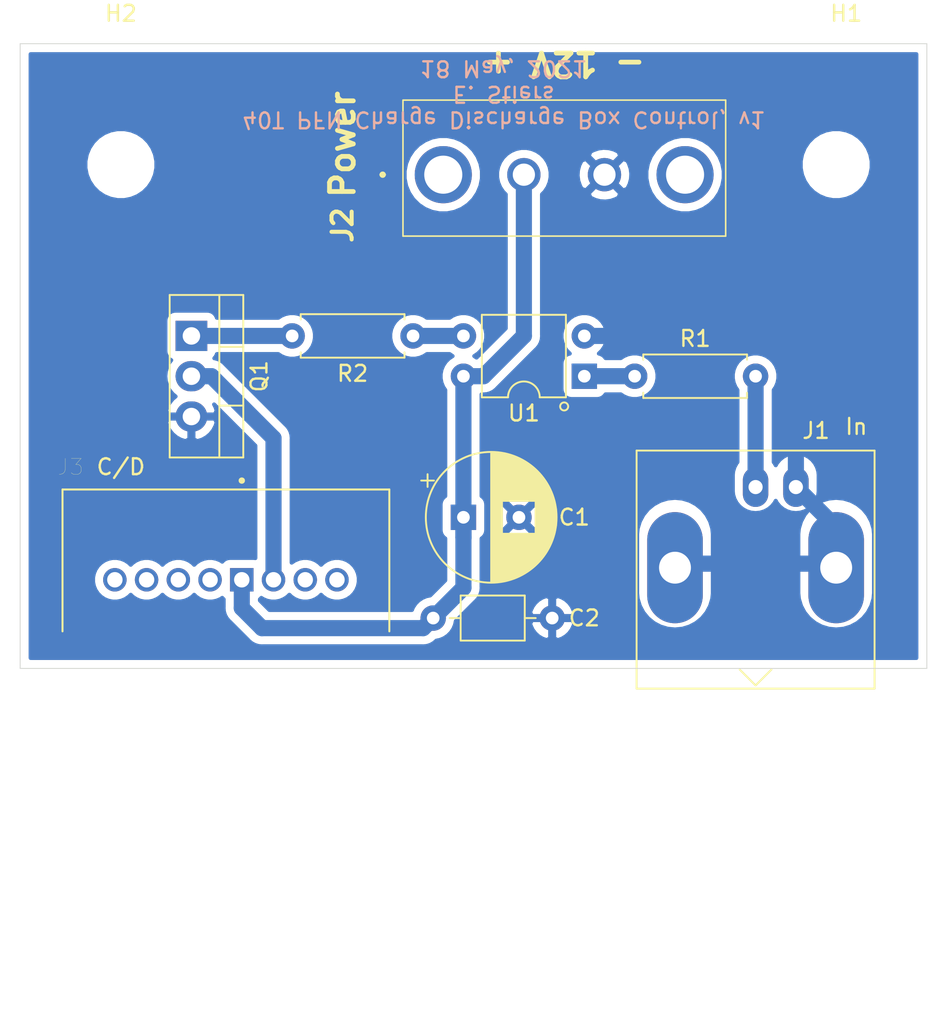
<source format=kicad_pcb>
(kicad_pcb (version 20171130) (host pcbnew "(5.1.6)-1")

  (general
    (thickness 1.6)
    (drawings 10)
    (tracks 26)
    (zones 0)
    (modules 11)
    (nets 11)
  )

  (page A4)
  (title_block
    (title "40T PFN Charge Discharge Box Control")
    (date 2021-05-18)
    (rev 1)
    (company NHMFL)
    (comment 1 "E. Stiers")
  )

  (layers
    (0 F.Cu signal)
    (31 B.Cu signal)
    (32 B.Adhes user)
    (33 F.Adhes user)
    (34 B.Paste user)
    (35 F.Paste user)
    (36 B.SilkS user)
    (37 F.SilkS user)
    (38 B.Mask user)
    (39 F.Mask user)
    (40 Dwgs.User user)
    (41 Cmts.User user)
    (42 Eco1.User user)
    (43 Eco2.User user)
    (44 Edge.Cuts user)
    (45 Margin user)
    (46 B.CrtYd user)
    (47 F.CrtYd user)
    (48 B.Fab user)
    (49 F.Fab user)
  )

  (setup
    (last_trace_width 0.25)
    (user_trace_width 0.0254)
    (user_trace_width 1.016)
    (trace_clearance 0.2)
    (zone_clearance 0.508)
    (zone_45_only no)
    (trace_min 0.2)
    (via_size 0.8)
    (via_drill 0.4)
    (via_min_size 0.4)
    (via_min_drill 0.3)
    (uvia_size 0.3)
    (uvia_drill 0.1)
    (uvias_allowed no)
    (uvia_min_size 0.2)
    (uvia_min_drill 0.1)
    (edge_width 0.05)
    (segment_width 0.2)
    (pcb_text_width 0.3)
    (pcb_text_size 1.5 1.5)
    (mod_edge_width 0.12)
    (mod_text_size 1 1)
    (mod_text_width 0.15)
    (pad_size 1.524 1.524)
    (pad_drill 0.762)
    (pad_to_mask_clearance 0.05)
    (aux_axis_origin 0 0)
    (visible_elements 7FFFFFFF)
    (pcbplotparams
      (layerselection 0x010fc_ffffffff)
      (usegerberextensions false)
      (usegerberattributes true)
      (usegerberadvancedattributes true)
      (creategerberjobfile true)
      (excludeedgelayer true)
      (linewidth 0.100000)
      (plotframeref false)
      (viasonmask false)
      (mode 1)
      (useauxorigin false)
      (hpglpennumber 1)
      (hpglpenspeed 20)
      (hpglpendiameter 15.000000)
      (psnegative false)
      (psa4output false)
      (plotreference true)
      (plotvalue true)
      (plotinvisibletext false)
      (padsonsilk false)
      (subtractmaskfromsilk false)
      (outputformat 1)
      (mirror false)
      (drillshape 1)
      (scaleselection 1)
      (outputdirectory ""))
  )

  (net 0 "")
  (net 1 GND)
  (net 2 +12V)
  (net 3 "Net-(J1-Pad2)")
  (net 4 "Net-(J1-Pad1)")
  (net 5 "Net-(J2-PadMH2)")
  (net 6 "Net-(J2-PadMH1)")
  (net 7 "Net-(J3-Pad2)")
  (net 8 "Net-(Q1-Pad1)")
  (net 9 "Net-(R1-Pad1)")
  (net 10 "Net-(R2-Pad1)")

  (net_class Default "This is the default net class."
    (clearance 0.2)
    (trace_width 0.25)
    (via_dia 0.8)
    (via_drill 0.4)
    (uvia_dia 0.3)
    (uvia_drill 0.1)
    (add_net +12V)
    (add_net GND)
    (add_net "Net-(J1-Pad1)")
    (add_net "Net-(J1-Pad2)")
    (add_net "Net-(J2-PadMH1)")
    (add_net "Net-(J2-PadMH2)")
    (add_net "Net-(J3-Pad2)")
    (add_net "Net-(Q1-Pad1)")
    (add_net "Net-(R1-Pad1)")
    (add_net "Net-(R2-Pad1)")
  )

  (module Connector_Coaxial:BNC_Amphenol_B6252HB-NPP3G-50_Horizontal (layer F.Cu) (tedit 5C13907B) (tstamp 609E374E)
    (at 170.815 97.79 180)
    (descr http://www.farnell.com/datasheets/612848.pdf)
    (tags "BNC Amphenol Horizontal")
    (path /609DBC19)
    (fp_text reference J1 (at -3.81 3.556) (layer F.SilkS)
      (effects (font (size 1 1) (thickness 0.15)))
    )
    (fp_text value "Charge Control In" (at 0 6 180) (layer F.Fab)
      (effects (font (size 1 1) (thickness 0.15)))
    )
    (fp_line (start 0 -12.5) (end 1 -11.5) (layer F.SilkS) (width 0.12))
    (fp_line (start 0 -12.5) (end -1 -11.5) (layer F.SilkS) (width 0.12))
    (fp_line (start 7.85 2.7) (end 7.85 -33.8) (layer F.CrtYd) (width 0.05))
    (fp_line (start 7.85 -33.8) (end -7.85 -33.8) (layer F.CrtYd) (width 0.05))
    (fp_line (start -7.85 2.7) (end -7.85 -33.8) (layer F.CrtYd) (width 0.05))
    (fp_line (start -7.85 2.7) (end 7.85 2.7) (layer F.CrtYd) (width 0.05))
    (fp_line (start -7.5 2.3) (end -7.5 -12.7) (layer F.SilkS) (width 0.12))
    (fp_line (start 7.5 2.3) (end -7.5 2.3) (layer F.SilkS) (width 0.12))
    (fp_line (start 7.5 -12.7) (end 7.5 2.3) (layer F.SilkS) (width 0.12))
    (fp_line (start -7.5 -12.7) (end 7.5 -12.7) (layer F.SilkS) (width 0.12))
    (fp_line (start -5 -14) (end 5 -15) (layer F.Fab) (width 0.1))
    (fp_line (start -7.35 -12.7) (end -7.35 2.2) (layer F.Fab) (width 0.1))
    (fp_line (start 7.35 -12.7) (end -7.35 -12.7) (layer F.Fab) (width 0.1))
    (fp_line (start 7.35 2.2) (end 7.35 -12.7) (layer F.Fab) (width 0.1))
    (fp_line (start -7.35 2.2) (end 7.35 2.2) (layer F.Fab) (width 0.1))
    (fp_line (start -6.35 -21.4) (end -6.35 -12.7) (layer F.Fab) (width 0.1))
    (fp_line (start 6.35 -21.4) (end -6.35 -21.4) (layer F.Fab) (width 0.1))
    (fp_line (start 6.35 -12.7) (end 6.35 -21.4) (layer F.Fab) (width 0.1))
    (fp_line (start -4.8 -33.3) (end -4.8 -21.4) (layer F.Fab) (width 0.1))
    (fp_line (start 4.8 -33.3) (end -4.8 -33.3) (layer F.Fab) (width 0.1))
    (fp_line (start 4.8 -21.4) (end 4.8 -33.3) (layer F.Fab) (width 0.1))
    (fp_circle (center 0 -28.07) (end 1 -28.07) (layer F.Fab) (width 0.1))
    (fp_line (start -5 -15) (end 5 -16) (layer F.Fab) (width 0.1))
    (fp_line (start -5 -16) (end 5 -17) (layer F.Fab) (width 0.1))
    (fp_line (start -5 -17) (end 5 -18) (layer F.Fab) (width 0.1))
    (fp_line (start -5 -18) (end 5 -19) (layer F.Fab) (width 0.1))
    (fp_line (start -5 -19) (end 5 -20) (layer F.Fab) (width 0.1))
    (fp_line (start -5 -20) (end 5 -21) (layer F.Fab) (width 0.1))
    (fp_text user %R (at 0 0) (layer F.Fab)
      (effects (font (size 1 1) (thickness 0.15)))
    )
    (pad 2 thru_hole oval (at -2.54 0 180) (size 1.6 2.5) (drill 0.89) (layers *.Cu *.Mask)
      (net 3 "Net-(J1-Pad2)"))
    (pad 1 thru_hole oval (at 0 0 180) (size 1.6 2.5) (drill 0.89) (layers *.Cu *.Mask)
      (net 4 "Net-(J1-Pad1)"))
    (pad 2 thru_hole oval (at 5.08 -5.08 180) (size 3.5 7) (drill 2.01) (layers *.Cu *.Mask)
      (net 3 "Net-(J1-Pad2)"))
    (pad 2 thru_hole oval (at -5.08 -5.08 180) (size 3.5 7) (drill 2.01) (layers *.Cu *.Mask)
      (net 3 "Net-(J1-Pad2)"))
    (model ${KISYS3DMOD}/Connector_Coaxial.3dshapes/BNC_Amphenol_B6252HB-NPP3G-50_Horizontal.wrl
      (at (xyz 0 0 0))
      (scale (xyz 1 1 1))
      (rotate (xyz 0 0 0))
    )
    (model "C:/Users/stiers/Google Drive/Work Projects/_KiCad Libraries/Library Loader/c-5226990-1-b-3d.stp"
      (offset (xyz 0 33.274 8.255000000000001))
      (scale (xyz 1 1 1))
      (rotate (xyz 90 180 0))
    )
  )

  (module SamacSys_Parts:1777073 (layer F.Cu) (tedit 0) (tstamp 609E1911)
    (at 156.21 78.105)
    (descr 1777073-1)
    (tags Connector)
    (path /609E7F98)
    (fp_text reference J2 (at -11.43 3.175 90) (layer F.SilkS)
      (effects (font (size 1.27 1.27) (thickness 0.254)))
    )
    (fp_text value Power (at 1.86 -0.415) (layer F.SilkS) hide
      (effects (font (size 1.27 1.27) (thickness 0.254)))
    )
    (fp_line (start -8.8 0) (end -8.8 0) (layer F.SilkS) (width 0.2))
    (fp_line (start -9 0) (end -9 0) (layer F.SilkS) (width 0.2))
    (fp_line (start -7.62 3.87) (end -7.62 -4.7) (layer F.SilkS) (width 0.1))
    (fp_line (start 12.72 3.87) (end -7.62 3.87) (layer F.SilkS) (width 0.1))
    (fp_line (start 12.72 -4.7) (end 12.72 3.87) (layer F.SilkS) (width 0.1))
    (fp_line (start -7.6 -4.7) (end 12.72 -4.7) (layer F.SilkS) (width 0.1))
    (fp_line (start -10 4.87) (end -10 -5.7) (layer F.CrtYd) (width 0.1))
    (fp_line (start 13.72 4.87) (end -10 4.87) (layer F.CrtYd) (width 0.1))
    (fp_line (start 13.72 -5.7) (end 13.72 4.87) (layer F.CrtYd) (width 0.1))
    (fp_line (start -10 -5.7) (end 13.72 -5.7) (layer F.CrtYd) (width 0.1))
    (fp_line (start -7.6 3.87) (end -7.6 -4.7) (layer F.Fab) (width 0.2))
    (fp_line (start 12.72 3.87) (end -7.6 3.87) (layer F.Fab) (width 0.2))
    (fp_line (start 12.72 -4.7) (end 12.72 3.87) (layer F.Fab) (width 0.2))
    (fp_line (start -7.6 -4.7) (end 12.72 -4.7) (layer F.Fab) (width 0.2))
    (fp_arc (start -8.9 0) (end -8.8 0) (angle -180) (layer F.SilkS) (width 0.2))
    (fp_arc (start -8.9 0) (end -9 0) (angle -180) (layer F.SilkS) (width 0.2))
    (fp_text user %R (at 1.86 -0.415) (layer F.Fab)
      (effects (font (size 1.27 1.27) (thickness 0.254)))
    )
    (pad MH2 thru_hole circle (at 10.16 0) (size 3.6 3.6) (drill 2.4) (layers *.Cu *.Mask)
      (net 5 "Net-(J2-PadMH2)"))
    (pad MH1 thru_hole circle (at -5.08 0) (size 3.6 3.6) (drill 2.4) (layers *.Cu *.Mask)
      (net 6 "Net-(J2-PadMH1)"))
    (pad 2 thru_hole circle (at 5.08 0) (size 2.1 2.1) (drill 1.4) (layers *.Cu *.Mask)
      (net 1 GND))
    (pad 1 thru_hole circle (at 0 0) (size 2.1 2.1) (drill 1.4) (layers *.Cu *.Mask)
      (net 2 +12V))
    (model "C:\\Users\\stiers\\Google Drive\\Work Projects\\_KiCad Libraries\\Library Loader\\SamacSys_Parts.3dshapes\\1777073.stp"
      (at (xyz 0 0 0))
      (scale (xyz 1 1 1))
      (rotate (xyz 0 0 0))
    )
  )

  (module Resistor_THT:R_Axial_DIN0207_L6.3mm_D2.5mm_P7.62mm_Horizontal (layer F.Cu) (tedit 5AE5139B) (tstamp 609E2ED9)
    (at 149.225 88.265 180)
    (descr "Resistor, Axial_DIN0207 series, Axial, Horizontal, pin pitch=7.62mm, 0.25W = 1/4W, length*diameter=6.3*2.5mm^2, http://cdn-reichelt.de/documents/datenblatt/B400/1_4W%23YAG.pdf")
    (tags "Resistor Axial_DIN0207 series Axial Horizontal pin pitch 7.62mm 0.25W = 1/4W length 6.3mm diameter 2.5mm")
    (path /609E2B61)
    (fp_text reference R2 (at 3.81 -2.37) (layer F.SilkS)
      (effects (font (size 1 1) (thickness 0.15)))
    )
    (fp_text value 2k (at 3.81 2.37) (layer F.Fab)
      (effects (font (size 1 1) (thickness 0.15)))
    )
    (fp_line (start 8.67 -1.5) (end -1.05 -1.5) (layer F.CrtYd) (width 0.05))
    (fp_line (start 8.67 1.5) (end 8.67 -1.5) (layer F.CrtYd) (width 0.05))
    (fp_line (start -1.05 1.5) (end 8.67 1.5) (layer F.CrtYd) (width 0.05))
    (fp_line (start -1.05 -1.5) (end -1.05 1.5) (layer F.CrtYd) (width 0.05))
    (fp_line (start 7.08 1.37) (end 7.08 1.04) (layer F.SilkS) (width 0.12))
    (fp_line (start 0.54 1.37) (end 7.08 1.37) (layer F.SilkS) (width 0.12))
    (fp_line (start 0.54 1.04) (end 0.54 1.37) (layer F.SilkS) (width 0.12))
    (fp_line (start 7.08 -1.37) (end 7.08 -1.04) (layer F.SilkS) (width 0.12))
    (fp_line (start 0.54 -1.37) (end 7.08 -1.37) (layer F.SilkS) (width 0.12))
    (fp_line (start 0.54 -1.04) (end 0.54 -1.37) (layer F.SilkS) (width 0.12))
    (fp_line (start 7.62 0) (end 6.96 0) (layer F.Fab) (width 0.1))
    (fp_line (start 0 0) (end 0.66 0) (layer F.Fab) (width 0.1))
    (fp_line (start 6.96 -1.25) (end 0.66 -1.25) (layer F.Fab) (width 0.1))
    (fp_line (start 6.96 1.25) (end 6.96 -1.25) (layer F.Fab) (width 0.1))
    (fp_line (start 0.66 1.25) (end 6.96 1.25) (layer F.Fab) (width 0.1))
    (fp_line (start 0.66 -1.25) (end 0.66 1.25) (layer F.Fab) (width 0.1))
    (fp_text user %R (at 3.81 0) (layer F.Fab)
      (effects (font (size 1 1) (thickness 0.15)))
    )
    (pad 2 thru_hole oval (at 7.62 0 180) (size 1.6 1.6) (drill 0.8) (layers *.Cu *.Mask)
      (net 8 "Net-(Q1-Pad1)"))
    (pad 1 thru_hole circle (at 0 0 180) (size 1.6 1.6) (drill 0.8) (layers *.Cu *.Mask)
      (net 10 "Net-(R2-Pad1)"))
    (model ${KISYS3DMOD}/Resistor_THT.3dshapes/R_Axial_DIN0207_L6.3mm_D2.5mm_P7.62mm_Horizontal.wrl
      (at (xyz 0 0 0))
      (scale (xyz 1 1 1))
      (rotate (xyz 0 0 0))
    )
  )

  (module Resistor_THT:R_Axial_DIN0207_L6.3mm_D2.5mm_P7.62mm_Horizontal (layer F.Cu) (tedit 5AE5139B) (tstamp 609E193C)
    (at 163.195 90.805)
    (descr "Resistor, Axial_DIN0207 series, Axial, Horizontal, pin pitch=7.62mm, 0.25W = 1/4W, length*diameter=6.3*2.5mm^2, http://cdn-reichelt.de/documents/datenblatt/B400/1_4W%23YAG.pdf")
    (tags "Resistor Axial_DIN0207 series Axial Horizontal pin pitch 7.62mm 0.25W = 1/4W length 6.3mm diameter 2.5mm")
    (path /609DD3F9)
    (fp_text reference R1 (at 3.81 -2.37) (layer F.SilkS)
      (effects (font (size 1 1) (thickness 0.15)))
    )
    (fp_text value 3.32k (at 3.81 2.37) (layer F.Fab)
      (effects (font (size 1 1) (thickness 0.15)))
    )
    (fp_line (start 8.67 -1.5) (end -1.05 -1.5) (layer F.CrtYd) (width 0.05))
    (fp_line (start 8.67 1.5) (end 8.67 -1.5) (layer F.CrtYd) (width 0.05))
    (fp_line (start -1.05 1.5) (end 8.67 1.5) (layer F.CrtYd) (width 0.05))
    (fp_line (start -1.05 -1.5) (end -1.05 1.5) (layer F.CrtYd) (width 0.05))
    (fp_line (start 7.08 1.37) (end 7.08 1.04) (layer F.SilkS) (width 0.12))
    (fp_line (start 0.54 1.37) (end 7.08 1.37) (layer F.SilkS) (width 0.12))
    (fp_line (start 0.54 1.04) (end 0.54 1.37) (layer F.SilkS) (width 0.12))
    (fp_line (start 7.08 -1.37) (end 7.08 -1.04) (layer F.SilkS) (width 0.12))
    (fp_line (start 0.54 -1.37) (end 7.08 -1.37) (layer F.SilkS) (width 0.12))
    (fp_line (start 0.54 -1.04) (end 0.54 -1.37) (layer F.SilkS) (width 0.12))
    (fp_line (start 7.62 0) (end 6.96 0) (layer F.Fab) (width 0.1))
    (fp_line (start 0 0) (end 0.66 0) (layer F.Fab) (width 0.1))
    (fp_line (start 6.96 -1.25) (end 0.66 -1.25) (layer F.Fab) (width 0.1))
    (fp_line (start 6.96 1.25) (end 6.96 -1.25) (layer F.Fab) (width 0.1))
    (fp_line (start 0.66 1.25) (end 6.96 1.25) (layer F.Fab) (width 0.1))
    (fp_line (start 0.66 -1.25) (end 0.66 1.25) (layer F.Fab) (width 0.1))
    (fp_text user %R (at 3.81 0) (layer F.Fab)
      (effects (font (size 1 1) (thickness 0.15)))
    )
    (pad 2 thru_hole oval (at 7.62 0) (size 1.6 1.6) (drill 0.8) (layers *.Cu *.Mask)
      (net 4 "Net-(J1-Pad1)"))
    (pad 1 thru_hole circle (at 0 0) (size 1.6 1.6) (drill 0.8) (layers *.Cu *.Mask)
      (net 9 "Net-(R1-Pad1)"))
    (model ${KISYS3DMOD}/Resistor_THT.3dshapes/R_Axial_DIN0207_L6.3mm_D2.5mm_P7.62mm_Horizontal.wrl
      (at (xyz 0 0 0))
      (scale (xyz 1 1 1))
      (rotate (xyz 0 0 0))
    )
  )

  (module Capacitor_THT:C_Axial_L3.8mm_D2.6mm_P7.50mm_Horizontal (layer F.Cu) (tedit 5AE50EF0) (tstamp 609E18B3)
    (at 150.495 106.045)
    (descr "C, Axial series, Axial, Horizontal, pin pitch=7.5mm, , length*diameter=3.8*2.6mm^2, http://www.vishay.com/docs/45231/arseries.pdf")
    (tags "C Axial series Axial Horizontal pin pitch 7.5mm  length 3.8mm diameter 2.6mm")
    (path /609F1939)
    (fp_text reference C2 (at 9.525 0) (layer F.SilkS)
      (effects (font (size 1 1) (thickness 0.15)))
    )
    (fp_text value 0.1u (at 3.75 2.42) (layer F.Fab)
      (effects (font (size 1 1) (thickness 0.15)))
    )
    (fp_line (start 8.55 -1.55) (end -1.05 -1.55) (layer F.CrtYd) (width 0.05))
    (fp_line (start 8.55 1.55) (end 8.55 -1.55) (layer F.CrtYd) (width 0.05))
    (fp_line (start -1.05 1.55) (end 8.55 1.55) (layer F.CrtYd) (width 0.05))
    (fp_line (start -1.05 -1.55) (end -1.05 1.55) (layer F.CrtYd) (width 0.05))
    (fp_line (start 6.46 0) (end 5.77 0) (layer F.SilkS) (width 0.12))
    (fp_line (start 1.04 0) (end 1.73 0) (layer F.SilkS) (width 0.12))
    (fp_line (start 5.77 -1.42) (end 1.73 -1.42) (layer F.SilkS) (width 0.12))
    (fp_line (start 5.77 1.42) (end 5.77 -1.42) (layer F.SilkS) (width 0.12))
    (fp_line (start 1.73 1.42) (end 5.77 1.42) (layer F.SilkS) (width 0.12))
    (fp_line (start 1.73 -1.42) (end 1.73 1.42) (layer F.SilkS) (width 0.12))
    (fp_line (start 7.5 0) (end 5.65 0) (layer F.Fab) (width 0.1))
    (fp_line (start 0 0) (end 1.85 0) (layer F.Fab) (width 0.1))
    (fp_line (start 5.65 -1.3) (end 1.85 -1.3) (layer F.Fab) (width 0.1))
    (fp_line (start 5.65 1.3) (end 5.65 -1.3) (layer F.Fab) (width 0.1))
    (fp_line (start 1.85 1.3) (end 5.65 1.3) (layer F.Fab) (width 0.1))
    (fp_line (start 1.85 -1.3) (end 1.85 1.3) (layer F.Fab) (width 0.1))
    (fp_text user %R (at 3.75 0) (layer F.Fab)
      (effects (font (size 0.76 0.76) (thickness 0.114)))
    )
    (pad 2 thru_hole oval (at 7.5 0) (size 1.6 1.6) (drill 0.8) (layers *.Cu *.Mask)
      (net 1 GND))
    (pad 1 thru_hole circle (at 0 0) (size 1.6 1.6) (drill 0.8) (layers *.Cu *.Mask)
      (net 2 +12V))
    (model ${KISYS3DMOD}/Capacitor_THT.3dshapes/C_Axial_L3.8mm_D2.6mm_P7.50mm_Horizontal.wrl
      (at (xyz 0 0 0))
      (scale (xyz 1 1 1))
      (rotate (xyz 0 0 0))
    )
  )

  (module EN3P2FRAPCBN:SWITCHCRAFT_EN3P2FRAPCBN (layer F.Cu) (tedit 609DBEC6) (tstamp 609E36CF)
    (at 137.43 103.632)
    (path /609E4CED)
    (fp_text reference J3 (at -9.795 -7.112) (layer F.SilkS)
      (effects (font (size 1 1) (thickness 0.015)))
    )
    (fp_text value EN3P2FRAPCBN (at 5.24 -6.865) (layer F.Fab)
      (effects (font (size 1 1) (thickness 0.015)))
    )
    (fp_line (start -10.3 3.25) (end 19.5 3.25) (layer F.Fab) (width 0.127))
    (fp_line (start 10.3 -5.69) (end -10.3 -5.69) (layer F.Fab) (width 0.127))
    (fp_line (start 10.3 20.21) (end 10.3 -5.69) (layer F.Fab) (width 0.127))
    (fp_line (start -10.3 20.21) (end 10.3 20.21) (layer F.Fab) (width 0.127))
    (fp_line (start -10.3 3.25) (end -10.3 20.21) (layer F.Fab) (width 0.127))
    (fp_line (start -10.3 -5.69) (end -10.3 3.25) (layer F.Fab) (width 0.127))
    (fp_line (start 10.3 -5.69) (end -10.3 -5.69) (layer F.SilkS) (width 0.127))
    (fp_line (start 10.3 3.25) (end 10.3 -5.69) (layer F.SilkS) (width 0.127))
    (fp_line (start -10.3 -5.69) (end -10.3 3.25) (layer F.SilkS) (width 0.127))
    (fp_line (start 10.55 -5.94) (end -10.55 -5.94) (layer F.CrtYd) (width 0.05))
    (fp_line (start 10.55 20.46) (end 10.55 -5.94) (layer F.CrtYd) (width 0.05))
    (fp_line (start -10.55 20.46) (end 10.55 20.46) (layer F.CrtYd) (width 0.05))
    (fp_line (start -10.55 -5.94) (end -10.55 20.46) (layer F.CrtYd) (width 0.05))
    (fp_circle (center 1 -6.25) (end 1.1 -6.25) (layer F.Fab) (width 0.2))
    (fp_circle (center 1 -6.25) (end 1.1 -6.25) (layer F.SilkS) (width 0.2))
    (fp_text user PCB~EDGE (at 11.1 2.8) (layer F.Fab)
      (effects (font (size 0.8 0.8) (thickness 0.015)))
    )
    (pad 1 thru_hole rect (at 1 0) (size 1.478 1.478) (drill 0.97) (layers *.Cu *.Mask)
      (net 2 +12V))
    (pad 2 thru_hole circle (at 3 0) (size 1.478 1.478) (drill 0.97) (layers *.Cu *.Mask)
      (net 7 "Net-(J3-Pad2)"))
    (pad 3 thru_hole circle (at 5 0) (size 1.478 1.478) (drill 0.97) (layers *.Cu *.Mask))
    (pad 4 thru_hole circle (at 7 0) (size 1.478 1.478) (drill 0.97) (layers *.Cu *.Mask))
    (pad 5 thru_hole circle (at -7 0) (size 1.478 1.478) (drill 0.97) (layers *.Cu *.Mask))
    (pad 6 thru_hole circle (at -5 0) (size 1.478 1.478) (drill 0.97) (layers *.Cu *.Mask))
    (pad NC_1 thru_hole circle (at -3 0) (size 1.478 1.478) (drill 0.97) (layers *.Cu *.Mask))
    (pad NC_2 thru_hole circle (at -1 0) (size 1.478 1.478) (drill 0.97) (layers *.Cu *.Mask))
    (model "C:/Users/stiers/Google Drive/Work Projects/_KiCad Libraries/SnapEDA/EN3P2FRAPCBN/EN3P2FRAPCBN.step"
      (offset (xyz -0 -18.6182 12.7))
      (scale (xyz 1 1 1))
      (rotate (xyz -90 0 0))
    )
  )

  (module Package_DIP:DIP-4_W7.62mm (layer F.Cu) (tedit 5A02E8C5) (tstamp 609E1965)
    (at 160.02 90.805 180)
    (descr "4-lead though-hole mounted DIP package, row spacing 7.62 mm (300 mils)")
    (tags "THT DIP DIL PDIP 2.54mm 7.62mm 300mil")
    (path /609DF1A0)
    (fp_text reference U1 (at 3.81 -2.33) (layer F.SilkS)
      (effects (font (size 1 1) (thickness 0.15)))
    )
    (fp_text value CPC1301 (at 3.81 4.87) (layer F.Fab)
      (effects (font (size 1 1) (thickness 0.15)))
    )
    (fp_line (start 8.7 -1.55) (end -1.1 -1.55) (layer F.CrtYd) (width 0.05))
    (fp_line (start 8.7 4.1) (end 8.7 -1.55) (layer F.CrtYd) (width 0.05))
    (fp_line (start -1.1 4.1) (end 8.7 4.1) (layer F.CrtYd) (width 0.05))
    (fp_line (start -1.1 -1.55) (end -1.1 4.1) (layer F.CrtYd) (width 0.05))
    (fp_line (start 6.46 -1.33) (end 4.81 -1.33) (layer F.SilkS) (width 0.12))
    (fp_line (start 6.46 3.87) (end 6.46 -1.33) (layer F.SilkS) (width 0.12))
    (fp_line (start 1.16 3.87) (end 6.46 3.87) (layer F.SilkS) (width 0.12))
    (fp_line (start 1.16 -1.33) (end 1.16 3.87) (layer F.SilkS) (width 0.12))
    (fp_line (start 2.81 -1.33) (end 1.16 -1.33) (layer F.SilkS) (width 0.12))
    (fp_line (start 0.635 -0.27) (end 1.635 -1.27) (layer F.Fab) (width 0.1))
    (fp_line (start 0.635 3.81) (end 0.635 -0.27) (layer F.Fab) (width 0.1))
    (fp_line (start 6.985 3.81) (end 0.635 3.81) (layer F.Fab) (width 0.1))
    (fp_line (start 6.985 -1.27) (end 6.985 3.81) (layer F.Fab) (width 0.1))
    (fp_line (start 1.635 -1.27) (end 6.985 -1.27) (layer F.Fab) (width 0.1))
    (fp_text user %R (at 3.81 1.27) (layer F.Fab)
      (effects (font (size 1 1) (thickness 0.15)))
    )
    (fp_arc (start 3.81 -1.33) (end 2.81 -1.33) (angle -180) (layer F.SilkS) (width 0.12))
    (pad 4 thru_hole oval (at 7.62 0 180) (size 1.6 1.6) (drill 0.8) (layers *.Cu *.Mask)
      (net 2 +12V))
    (pad 2 thru_hole oval (at 0 2.54 180) (size 1.6 1.6) (drill 0.8) (layers *.Cu *.Mask)
      (net 3 "Net-(J1-Pad2)"))
    (pad 3 thru_hole oval (at 7.62 2.54 180) (size 1.6 1.6) (drill 0.8) (layers *.Cu *.Mask)
      (net 10 "Net-(R2-Pad1)"))
    (pad 1 thru_hole rect (at 0 0 180) (size 1.6 1.6) (drill 0.8) (layers *.Cu *.Mask)
      (net 9 "Net-(R1-Pad1)"))
    (model ${KISYS3DMOD}/Package_DIP.3dshapes/DIP-4_W7.62mm.wrl
      (at (xyz 0 0 0))
      (scale (xyz 1 1 1))
      (rotate (xyz 0 0 0))
    )
  )

  (module Package_TO_SOT_THT:TO-220-3_Vertical (layer F.Cu) (tedit 5AC8BA0D) (tstamp 609E192B)
    (at 135.255 88.265 270)
    (descr "TO-220-3, Vertical, RM 2.54mm, see https://www.vishay.com/docs/66542/to-220-1.pdf")
    (tags "TO-220-3 Vertical RM 2.54mm")
    (path /609E0504)
    (fp_text reference Q1 (at 2.54 -4.27 90) (layer F.SilkS)
      (effects (font (size 1 1) (thickness 0.15)))
    )
    (fp_text value TIP125 (at 2.54 2.5 90) (layer F.Fab)
      (effects (font (size 1 1) (thickness 0.15)))
    )
    (fp_line (start 7.79 -3.4) (end -2.71 -3.4) (layer F.CrtYd) (width 0.05))
    (fp_line (start 7.79 1.51) (end 7.79 -3.4) (layer F.CrtYd) (width 0.05))
    (fp_line (start -2.71 1.51) (end 7.79 1.51) (layer F.CrtYd) (width 0.05))
    (fp_line (start -2.71 -3.4) (end -2.71 1.51) (layer F.CrtYd) (width 0.05))
    (fp_line (start 4.391 -3.27) (end 4.391 -1.76) (layer F.SilkS) (width 0.12))
    (fp_line (start 0.69 -3.27) (end 0.69 -1.76) (layer F.SilkS) (width 0.12))
    (fp_line (start -2.58 -1.76) (end 7.66 -1.76) (layer F.SilkS) (width 0.12))
    (fp_line (start 7.66 -3.27) (end 7.66 1.371) (layer F.SilkS) (width 0.12))
    (fp_line (start -2.58 -3.27) (end -2.58 1.371) (layer F.SilkS) (width 0.12))
    (fp_line (start -2.58 1.371) (end 7.66 1.371) (layer F.SilkS) (width 0.12))
    (fp_line (start -2.58 -3.27) (end 7.66 -3.27) (layer F.SilkS) (width 0.12))
    (fp_line (start 4.39 -3.15) (end 4.39 -1.88) (layer F.Fab) (width 0.1))
    (fp_line (start 0.69 -3.15) (end 0.69 -1.88) (layer F.Fab) (width 0.1))
    (fp_line (start -2.46 -1.88) (end 7.54 -1.88) (layer F.Fab) (width 0.1))
    (fp_line (start 7.54 -3.15) (end -2.46 -3.15) (layer F.Fab) (width 0.1))
    (fp_line (start 7.54 1.25) (end 7.54 -3.15) (layer F.Fab) (width 0.1))
    (fp_line (start -2.46 1.25) (end 7.54 1.25) (layer F.Fab) (width 0.1))
    (fp_line (start -2.46 -3.15) (end -2.46 1.25) (layer F.Fab) (width 0.1))
    (fp_text user %R (at 2.54 -4.27 90) (layer F.Fab)
      (effects (font (size 1 1) (thickness 0.15)))
    )
    (pad 3 thru_hole oval (at 5.08 0 270) (size 1.905 2) (drill 1.1) (layers *.Cu *.Mask)
      (net 1 GND))
    (pad 2 thru_hole oval (at 2.54 0 270) (size 1.905 2) (drill 1.1) (layers *.Cu *.Mask)
      (net 7 "Net-(J3-Pad2)"))
    (pad 1 thru_hole rect (at 0 0 270) (size 1.905 2) (drill 1.1) (layers *.Cu *.Mask)
      (net 8 "Net-(Q1-Pad1)"))
    (model ${KISYS3DMOD}/Package_TO_SOT_THT.3dshapes/TO-220-3_Vertical.wrl
      (at (xyz 0 0 0))
      (scale (xyz 1 1 1))
      (rotate (xyz 0 0 0))
    )
  )

  (module MountingHole:MountingHole_3.2mm_M3 (layer F.Cu) (tedit 56D1B4CB) (tstamp 609E18C3)
    (at 130.81 77.47)
    (descr "Mounting Hole 3.2mm, no annular, M3")
    (tags "mounting hole 3.2mm no annular m3")
    (path /609F7609)
    (attr virtual)
    (fp_text reference H2 (at 0 -9.525) (layer F.SilkS)
      (effects (font (size 1 1) (thickness 0.15)))
    )
    (fp_text value MountingHole (at 0 4.2) (layer F.Fab)
      (effects (font (size 1 1) (thickness 0.15)))
    )
    (fp_circle (center 0 0) (end 3.45 0) (layer F.CrtYd) (width 0.05))
    (fp_circle (center 0 0) (end 3.2 0) (layer Cmts.User) (width 0.15))
    (fp_text user %R (at 0.3 0) (layer F.Fab)
      (effects (font (size 1 1) (thickness 0.15)))
    )
    (pad 1 np_thru_hole circle (at 0 0) (size 3.2 3.2) (drill 3.2) (layers *.Cu *.Mask))
  )

  (module MountingHole:MountingHole_3.2mm_M3 (layer F.Cu) (tedit 56D1B4CB) (tstamp 609E4344)
    (at 175.895 77.47)
    (descr "Mounting Hole 3.2mm, no annular, M3")
    (tags "mounting hole 3.2mm no annular m3")
    (path /609F6414)
    (attr virtual)
    (fp_text reference H1 (at 0.635 -9.525) (layer F.SilkS)
      (effects (font (size 1 1) (thickness 0.15)))
    )
    (fp_text value MountingHole (at 0 4.2) (layer F.Fab)
      (effects (font (size 1 1) (thickness 0.15)))
    )
    (fp_circle (center 0 0) (end 3.45 0) (layer F.CrtYd) (width 0.05))
    (fp_circle (center 0 0) (end 3.2 0) (layer Cmts.User) (width 0.15))
    (fp_text user %R (at 0.3 0) (layer F.Fab)
      (effects (font (size 1 1) (thickness 0.15)))
    )
    (pad 1 np_thru_hole circle (at 0 0) (size 3.2 3.2) (drill 3.2) (layers *.Cu *.Mask))
  )

  (module Capacitor_THT:CP_Radial_D8.0mm_P3.50mm (layer F.Cu) (tedit 5AE50EF0) (tstamp 609E18A2)
    (at 152.4 99.695)
    (descr "CP, Radial series, Radial, pin pitch=3.50mm, , diameter=8mm, Electrolytic Capacitor")
    (tags "CP Radial series Radial pin pitch 3.50mm  diameter 8mm Electrolytic Capacitor")
    (path /609F3950)
    (fp_text reference C1 (at 6.985 0) (layer F.SilkS)
      (effects (font (size 1 1) (thickness 0.15)))
    )
    (fp_text value 100u (at 1.75 5.25) (layer F.Fab)
      (effects (font (size 1 1) (thickness 0.15)))
    )
    (fp_line (start -2.259698 -2.715) (end -2.259698 -1.915) (layer F.SilkS) (width 0.12))
    (fp_line (start -2.659698 -2.315) (end -1.859698 -2.315) (layer F.SilkS) (width 0.12))
    (fp_line (start 5.831 -0.533) (end 5.831 0.533) (layer F.SilkS) (width 0.12))
    (fp_line (start 5.791 -0.768) (end 5.791 0.768) (layer F.SilkS) (width 0.12))
    (fp_line (start 5.751 -0.948) (end 5.751 0.948) (layer F.SilkS) (width 0.12))
    (fp_line (start 5.711 -1.098) (end 5.711 1.098) (layer F.SilkS) (width 0.12))
    (fp_line (start 5.671 -1.229) (end 5.671 1.229) (layer F.SilkS) (width 0.12))
    (fp_line (start 5.631 -1.346) (end 5.631 1.346) (layer F.SilkS) (width 0.12))
    (fp_line (start 5.591 -1.453) (end 5.591 1.453) (layer F.SilkS) (width 0.12))
    (fp_line (start 5.551 -1.552) (end 5.551 1.552) (layer F.SilkS) (width 0.12))
    (fp_line (start 5.511 -1.645) (end 5.511 1.645) (layer F.SilkS) (width 0.12))
    (fp_line (start 5.471 -1.731) (end 5.471 1.731) (layer F.SilkS) (width 0.12))
    (fp_line (start 5.431 -1.813) (end 5.431 1.813) (layer F.SilkS) (width 0.12))
    (fp_line (start 5.391 -1.89) (end 5.391 1.89) (layer F.SilkS) (width 0.12))
    (fp_line (start 5.351 -1.964) (end 5.351 1.964) (layer F.SilkS) (width 0.12))
    (fp_line (start 5.311 -2.034) (end 5.311 2.034) (layer F.SilkS) (width 0.12))
    (fp_line (start 5.271 -2.102) (end 5.271 2.102) (layer F.SilkS) (width 0.12))
    (fp_line (start 5.231 -2.166) (end 5.231 2.166) (layer F.SilkS) (width 0.12))
    (fp_line (start 5.191 -2.228) (end 5.191 2.228) (layer F.SilkS) (width 0.12))
    (fp_line (start 5.151 -2.287) (end 5.151 2.287) (layer F.SilkS) (width 0.12))
    (fp_line (start 5.111 -2.345) (end 5.111 2.345) (layer F.SilkS) (width 0.12))
    (fp_line (start 5.071 -2.4) (end 5.071 2.4) (layer F.SilkS) (width 0.12))
    (fp_line (start 5.031 -2.454) (end 5.031 2.454) (layer F.SilkS) (width 0.12))
    (fp_line (start 4.991 -2.505) (end 4.991 2.505) (layer F.SilkS) (width 0.12))
    (fp_line (start 4.951 -2.556) (end 4.951 2.556) (layer F.SilkS) (width 0.12))
    (fp_line (start 4.911 -2.604) (end 4.911 2.604) (layer F.SilkS) (width 0.12))
    (fp_line (start 4.871 -2.651) (end 4.871 2.651) (layer F.SilkS) (width 0.12))
    (fp_line (start 4.831 -2.697) (end 4.831 2.697) (layer F.SilkS) (width 0.12))
    (fp_line (start 4.791 -2.741) (end 4.791 2.741) (layer F.SilkS) (width 0.12))
    (fp_line (start 4.751 -2.784) (end 4.751 2.784) (layer F.SilkS) (width 0.12))
    (fp_line (start 4.711 -2.826) (end 4.711 2.826) (layer F.SilkS) (width 0.12))
    (fp_line (start 4.671 -2.867) (end 4.671 2.867) (layer F.SilkS) (width 0.12))
    (fp_line (start 4.631 -2.907) (end 4.631 2.907) (layer F.SilkS) (width 0.12))
    (fp_line (start 4.591 -2.945) (end 4.591 2.945) (layer F.SilkS) (width 0.12))
    (fp_line (start 4.551 -2.983) (end 4.551 2.983) (layer F.SilkS) (width 0.12))
    (fp_line (start 4.511 1.04) (end 4.511 3.019) (layer F.SilkS) (width 0.12))
    (fp_line (start 4.511 -3.019) (end 4.511 -1.04) (layer F.SilkS) (width 0.12))
    (fp_line (start 4.471 1.04) (end 4.471 3.055) (layer F.SilkS) (width 0.12))
    (fp_line (start 4.471 -3.055) (end 4.471 -1.04) (layer F.SilkS) (width 0.12))
    (fp_line (start 4.431 1.04) (end 4.431 3.09) (layer F.SilkS) (width 0.12))
    (fp_line (start 4.431 -3.09) (end 4.431 -1.04) (layer F.SilkS) (width 0.12))
    (fp_line (start 4.391 1.04) (end 4.391 3.124) (layer F.SilkS) (width 0.12))
    (fp_line (start 4.391 -3.124) (end 4.391 -1.04) (layer F.SilkS) (width 0.12))
    (fp_line (start 4.351 1.04) (end 4.351 3.156) (layer F.SilkS) (width 0.12))
    (fp_line (start 4.351 -3.156) (end 4.351 -1.04) (layer F.SilkS) (width 0.12))
    (fp_line (start 4.311 1.04) (end 4.311 3.189) (layer F.SilkS) (width 0.12))
    (fp_line (start 4.311 -3.189) (end 4.311 -1.04) (layer F.SilkS) (width 0.12))
    (fp_line (start 4.271 1.04) (end 4.271 3.22) (layer F.SilkS) (width 0.12))
    (fp_line (start 4.271 -3.22) (end 4.271 -1.04) (layer F.SilkS) (width 0.12))
    (fp_line (start 4.231 1.04) (end 4.231 3.25) (layer F.SilkS) (width 0.12))
    (fp_line (start 4.231 -3.25) (end 4.231 -1.04) (layer F.SilkS) (width 0.12))
    (fp_line (start 4.191 1.04) (end 4.191 3.28) (layer F.SilkS) (width 0.12))
    (fp_line (start 4.191 -3.28) (end 4.191 -1.04) (layer F.SilkS) (width 0.12))
    (fp_line (start 4.151 1.04) (end 4.151 3.309) (layer F.SilkS) (width 0.12))
    (fp_line (start 4.151 -3.309) (end 4.151 -1.04) (layer F.SilkS) (width 0.12))
    (fp_line (start 4.111 1.04) (end 4.111 3.338) (layer F.SilkS) (width 0.12))
    (fp_line (start 4.111 -3.338) (end 4.111 -1.04) (layer F.SilkS) (width 0.12))
    (fp_line (start 4.071 1.04) (end 4.071 3.365) (layer F.SilkS) (width 0.12))
    (fp_line (start 4.071 -3.365) (end 4.071 -1.04) (layer F.SilkS) (width 0.12))
    (fp_line (start 4.031 1.04) (end 4.031 3.392) (layer F.SilkS) (width 0.12))
    (fp_line (start 4.031 -3.392) (end 4.031 -1.04) (layer F.SilkS) (width 0.12))
    (fp_line (start 3.991 1.04) (end 3.991 3.418) (layer F.SilkS) (width 0.12))
    (fp_line (start 3.991 -3.418) (end 3.991 -1.04) (layer F.SilkS) (width 0.12))
    (fp_line (start 3.951 1.04) (end 3.951 3.444) (layer F.SilkS) (width 0.12))
    (fp_line (start 3.951 -3.444) (end 3.951 -1.04) (layer F.SilkS) (width 0.12))
    (fp_line (start 3.911 1.04) (end 3.911 3.469) (layer F.SilkS) (width 0.12))
    (fp_line (start 3.911 -3.469) (end 3.911 -1.04) (layer F.SilkS) (width 0.12))
    (fp_line (start 3.871 1.04) (end 3.871 3.493) (layer F.SilkS) (width 0.12))
    (fp_line (start 3.871 -3.493) (end 3.871 -1.04) (layer F.SilkS) (width 0.12))
    (fp_line (start 3.831 1.04) (end 3.831 3.517) (layer F.SilkS) (width 0.12))
    (fp_line (start 3.831 -3.517) (end 3.831 -1.04) (layer F.SilkS) (width 0.12))
    (fp_line (start 3.791 1.04) (end 3.791 3.54) (layer F.SilkS) (width 0.12))
    (fp_line (start 3.791 -3.54) (end 3.791 -1.04) (layer F.SilkS) (width 0.12))
    (fp_line (start 3.751 1.04) (end 3.751 3.562) (layer F.SilkS) (width 0.12))
    (fp_line (start 3.751 -3.562) (end 3.751 -1.04) (layer F.SilkS) (width 0.12))
    (fp_line (start 3.711 1.04) (end 3.711 3.584) (layer F.SilkS) (width 0.12))
    (fp_line (start 3.711 -3.584) (end 3.711 -1.04) (layer F.SilkS) (width 0.12))
    (fp_line (start 3.671 1.04) (end 3.671 3.606) (layer F.SilkS) (width 0.12))
    (fp_line (start 3.671 -3.606) (end 3.671 -1.04) (layer F.SilkS) (width 0.12))
    (fp_line (start 3.631 1.04) (end 3.631 3.627) (layer F.SilkS) (width 0.12))
    (fp_line (start 3.631 -3.627) (end 3.631 -1.04) (layer F.SilkS) (width 0.12))
    (fp_line (start 3.591 1.04) (end 3.591 3.647) (layer F.SilkS) (width 0.12))
    (fp_line (start 3.591 -3.647) (end 3.591 -1.04) (layer F.SilkS) (width 0.12))
    (fp_line (start 3.551 1.04) (end 3.551 3.666) (layer F.SilkS) (width 0.12))
    (fp_line (start 3.551 -3.666) (end 3.551 -1.04) (layer F.SilkS) (width 0.12))
    (fp_line (start 3.511 1.04) (end 3.511 3.686) (layer F.SilkS) (width 0.12))
    (fp_line (start 3.511 -3.686) (end 3.511 -1.04) (layer F.SilkS) (width 0.12))
    (fp_line (start 3.471 1.04) (end 3.471 3.704) (layer F.SilkS) (width 0.12))
    (fp_line (start 3.471 -3.704) (end 3.471 -1.04) (layer F.SilkS) (width 0.12))
    (fp_line (start 3.431 1.04) (end 3.431 3.722) (layer F.SilkS) (width 0.12))
    (fp_line (start 3.431 -3.722) (end 3.431 -1.04) (layer F.SilkS) (width 0.12))
    (fp_line (start 3.391 1.04) (end 3.391 3.74) (layer F.SilkS) (width 0.12))
    (fp_line (start 3.391 -3.74) (end 3.391 -1.04) (layer F.SilkS) (width 0.12))
    (fp_line (start 3.351 1.04) (end 3.351 3.757) (layer F.SilkS) (width 0.12))
    (fp_line (start 3.351 -3.757) (end 3.351 -1.04) (layer F.SilkS) (width 0.12))
    (fp_line (start 3.311 1.04) (end 3.311 3.774) (layer F.SilkS) (width 0.12))
    (fp_line (start 3.311 -3.774) (end 3.311 -1.04) (layer F.SilkS) (width 0.12))
    (fp_line (start 3.271 1.04) (end 3.271 3.79) (layer F.SilkS) (width 0.12))
    (fp_line (start 3.271 -3.79) (end 3.271 -1.04) (layer F.SilkS) (width 0.12))
    (fp_line (start 3.231 1.04) (end 3.231 3.805) (layer F.SilkS) (width 0.12))
    (fp_line (start 3.231 -3.805) (end 3.231 -1.04) (layer F.SilkS) (width 0.12))
    (fp_line (start 3.191 1.04) (end 3.191 3.821) (layer F.SilkS) (width 0.12))
    (fp_line (start 3.191 -3.821) (end 3.191 -1.04) (layer F.SilkS) (width 0.12))
    (fp_line (start 3.151 1.04) (end 3.151 3.835) (layer F.SilkS) (width 0.12))
    (fp_line (start 3.151 -3.835) (end 3.151 -1.04) (layer F.SilkS) (width 0.12))
    (fp_line (start 3.111 1.04) (end 3.111 3.85) (layer F.SilkS) (width 0.12))
    (fp_line (start 3.111 -3.85) (end 3.111 -1.04) (layer F.SilkS) (width 0.12))
    (fp_line (start 3.071 1.04) (end 3.071 3.863) (layer F.SilkS) (width 0.12))
    (fp_line (start 3.071 -3.863) (end 3.071 -1.04) (layer F.SilkS) (width 0.12))
    (fp_line (start 3.031 1.04) (end 3.031 3.877) (layer F.SilkS) (width 0.12))
    (fp_line (start 3.031 -3.877) (end 3.031 -1.04) (layer F.SilkS) (width 0.12))
    (fp_line (start 2.991 1.04) (end 2.991 3.889) (layer F.SilkS) (width 0.12))
    (fp_line (start 2.991 -3.889) (end 2.991 -1.04) (layer F.SilkS) (width 0.12))
    (fp_line (start 2.951 1.04) (end 2.951 3.902) (layer F.SilkS) (width 0.12))
    (fp_line (start 2.951 -3.902) (end 2.951 -1.04) (layer F.SilkS) (width 0.12))
    (fp_line (start 2.911 1.04) (end 2.911 3.914) (layer F.SilkS) (width 0.12))
    (fp_line (start 2.911 -3.914) (end 2.911 -1.04) (layer F.SilkS) (width 0.12))
    (fp_line (start 2.871 1.04) (end 2.871 3.925) (layer F.SilkS) (width 0.12))
    (fp_line (start 2.871 -3.925) (end 2.871 -1.04) (layer F.SilkS) (width 0.12))
    (fp_line (start 2.831 1.04) (end 2.831 3.936) (layer F.SilkS) (width 0.12))
    (fp_line (start 2.831 -3.936) (end 2.831 -1.04) (layer F.SilkS) (width 0.12))
    (fp_line (start 2.791 1.04) (end 2.791 3.947) (layer F.SilkS) (width 0.12))
    (fp_line (start 2.791 -3.947) (end 2.791 -1.04) (layer F.SilkS) (width 0.12))
    (fp_line (start 2.751 1.04) (end 2.751 3.957) (layer F.SilkS) (width 0.12))
    (fp_line (start 2.751 -3.957) (end 2.751 -1.04) (layer F.SilkS) (width 0.12))
    (fp_line (start 2.711 1.04) (end 2.711 3.967) (layer F.SilkS) (width 0.12))
    (fp_line (start 2.711 -3.967) (end 2.711 -1.04) (layer F.SilkS) (width 0.12))
    (fp_line (start 2.671 1.04) (end 2.671 3.976) (layer F.SilkS) (width 0.12))
    (fp_line (start 2.671 -3.976) (end 2.671 -1.04) (layer F.SilkS) (width 0.12))
    (fp_line (start 2.631 1.04) (end 2.631 3.985) (layer F.SilkS) (width 0.12))
    (fp_line (start 2.631 -3.985) (end 2.631 -1.04) (layer F.SilkS) (width 0.12))
    (fp_line (start 2.591 1.04) (end 2.591 3.994) (layer F.SilkS) (width 0.12))
    (fp_line (start 2.591 -3.994) (end 2.591 -1.04) (layer F.SilkS) (width 0.12))
    (fp_line (start 2.551 1.04) (end 2.551 4.002) (layer F.SilkS) (width 0.12))
    (fp_line (start 2.551 -4.002) (end 2.551 -1.04) (layer F.SilkS) (width 0.12))
    (fp_line (start 2.511 1.04) (end 2.511 4.01) (layer F.SilkS) (width 0.12))
    (fp_line (start 2.511 -4.01) (end 2.511 -1.04) (layer F.SilkS) (width 0.12))
    (fp_line (start 2.471 1.04) (end 2.471 4.017) (layer F.SilkS) (width 0.12))
    (fp_line (start 2.471 -4.017) (end 2.471 -1.04) (layer F.SilkS) (width 0.12))
    (fp_line (start 2.43 -4.024) (end 2.43 4.024) (layer F.SilkS) (width 0.12))
    (fp_line (start 2.39 -4.03) (end 2.39 4.03) (layer F.SilkS) (width 0.12))
    (fp_line (start 2.35 -4.037) (end 2.35 4.037) (layer F.SilkS) (width 0.12))
    (fp_line (start 2.31 -4.042) (end 2.31 4.042) (layer F.SilkS) (width 0.12))
    (fp_line (start 2.27 -4.048) (end 2.27 4.048) (layer F.SilkS) (width 0.12))
    (fp_line (start 2.23 -4.052) (end 2.23 4.052) (layer F.SilkS) (width 0.12))
    (fp_line (start 2.19 -4.057) (end 2.19 4.057) (layer F.SilkS) (width 0.12))
    (fp_line (start 2.15 -4.061) (end 2.15 4.061) (layer F.SilkS) (width 0.12))
    (fp_line (start 2.11 -4.065) (end 2.11 4.065) (layer F.SilkS) (width 0.12))
    (fp_line (start 2.07 -4.068) (end 2.07 4.068) (layer F.SilkS) (width 0.12))
    (fp_line (start 2.03 -4.071) (end 2.03 4.071) (layer F.SilkS) (width 0.12))
    (fp_line (start 1.99 -4.074) (end 1.99 4.074) (layer F.SilkS) (width 0.12))
    (fp_line (start 1.95 -4.076) (end 1.95 4.076) (layer F.SilkS) (width 0.12))
    (fp_line (start 1.91 -4.077) (end 1.91 4.077) (layer F.SilkS) (width 0.12))
    (fp_line (start 1.87 -4.079) (end 1.87 4.079) (layer F.SilkS) (width 0.12))
    (fp_line (start 1.83 -4.08) (end 1.83 4.08) (layer F.SilkS) (width 0.12))
    (fp_line (start 1.79 -4.08) (end 1.79 4.08) (layer F.SilkS) (width 0.12))
    (fp_line (start 1.75 -4.08) (end 1.75 4.08) (layer F.SilkS) (width 0.12))
    (fp_line (start -1.276759 -2.1475) (end -1.276759 -1.3475) (layer F.Fab) (width 0.1))
    (fp_line (start -1.676759 -1.7475) (end -0.876759 -1.7475) (layer F.Fab) (width 0.1))
    (fp_circle (center 1.75 0) (end 6 0) (layer F.CrtYd) (width 0.05))
    (fp_circle (center 1.75 0) (end 5.87 0) (layer F.SilkS) (width 0.12))
    (fp_circle (center 1.75 0) (end 5.75 0) (layer F.Fab) (width 0.1))
    (fp_text user %R (at 1.75 0) (layer F.Fab)
      (effects (font (size 1 1) (thickness 0.15)))
    )
    (pad 2 thru_hole circle (at 3.5 0) (size 1.6 1.6) (drill 0.8) (layers *.Cu *.Mask)
      (net 1 GND))
    (pad 1 thru_hole rect (at 0 0) (size 1.6 1.6) (drill 0.8) (layers *.Cu *.Mask)
      (net 2 +12V))
    (model ${KISYS3DMOD}/Capacitor_THT.3dshapes/CP_Radial_D8.0mm_P3.50mm.wrl
      (at (xyz 0 0 0))
      (scale (xyz 1 1 1))
      (rotate (xyz 0 0 0))
    )
  )

  (gr_text "40T PFN Charge Discharge Box Control, v1\nE. Stiers\n18 May, 2021" (at 154.94 73.025 180) (layer B.SilkS)
    (effects (font (size 1 1) (thickness 0.15)) (justify mirror))
  )
  (gr_text In (at 177.165 93.98) (layer F.SilkS)
    (effects (font (size 1 1) (thickness 0.15)))
  )
  (gr_text C/D (at 130.81 96.52) (layer F.SilkS)
    (effects (font (size 1 1) (thickness 0.15)))
  )
  (gr_circle (center 158.75 92.71) (end 159.004 92.71) (layer F.SilkS) (width 0.12))
  (gr_text "- 12V +" (at 158.75 71.12 180) (layer F.SilkS)
    (effects (font (size 1.5 1.5) (thickness 0.3)))
  )
  (gr_text Power (at 144.78 76.2 90) (layer F.SilkS)
    (effects (font (size 1.5 1.5) (thickness 0.3)))
  )
  (gr_line (start 181.61 69.85) (end 181.61 109.22) (layer Edge.Cuts) (width 0.05) (tstamp 609E43FB))
  (gr_line (start 124.46 69.85) (end 181.61 69.85) (layer Edge.Cuts) (width 0.05))
  (gr_line (start 124.46 109.22) (end 124.46 69.85) (layer Edge.Cuts) (width 0.05))
  (gr_line (start 181.61 109.22) (end 124.46 109.22) (layer Edge.Cuts) (width 0.05))

  (segment (start 156.21 78.105) (end 156.21 88.265) (width 1.016) (layer B.Cu) (net 2))
  (segment (start 153.67 90.805) (end 152.4 90.805) (width 1.016) (layer B.Cu) (net 2))
  (segment (start 156.21 88.265) (end 153.67 90.805) (width 1.016) (layer B.Cu) (net 2))
  (segment (start 149.86 106.68) (end 150.495 106.045) (width 1.016) (layer B.Cu) (net 2))
  (segment (start 139.7 106.68) (end 149.86 106.68) (width 1.016) (layer B.Cu) (net 2))
  (segment (start 138.43 103.632) (end 138.43 105.41) (width 1.016) (layer B.Cu) (net 2))
  (segment (start 138.43 105.41) (end 139.7 106.68) (width 1.016) (layer B.Cu) (net 2))
  (segment (start 152.4 104.14) (end 150.495 106.045) (width 1.016) (layer B.Cu) (net 2))
  (segment (start 152.4 99.695) (end 152.4 100.965) (width 1.016) (layer B.Cu) (net 2))
  (segment (start 152.4 90.805) (end 152.4 100.965) (width 1.016) (layer B.Cu) (net 2))
  (segment (start 152.4 100.965) (end 152.4 104.14) (width 1.016) (layer B.Cu) (net 2))
  (segment (start 160.02 88.265) (end 172.085 88.265) (width 1.016) (layer B.Cu) (net 3))
  (segment (start 173.355 89.535) (end 173.355 97.536) (width 1.016) (layer B.Cu) (net 3))
  (segment (start 172.085 88.265) (end 173.355 89.535) (width 1.016) (layer B.Cu) (net 3))
  (segment (start 173.355 97.536) (end 173.355 97.79) (width 1.016) (layer B.Cu) (net 3))
  (segment (start 175.895 100.33) (end 175.895 102.616) (width 1.016) (layer B.Cu) (net 3))
  (segment (start 173.355 97.79) (end 175.895 100.33) (width 1.016) (layer B.Cu) (net 3))
  (segment (start 173.355 97.536) (end 173.355 98.425) (width 1.016) (layer B.Cu) (net 3))
  (segment (start 165.735 102.616) (end 175.895 102.616) (width 1.016) (layer B.Cu) (net 3))
  (segment (start 170.815 90.805) (end 170.815 97.79) (width 1.016) (layer B.Cu) (net 4))
  (segment (start 135.255 90.805) (end 136.525 90.805) (width 1.016) (layer B.Cu) (net 7))
  (segment (start 140.43 94.71) (end 140.43 103.632) (width 1.016) (layer B.Cu) (net 7))
  (segment (start 136.525 90.805) (end 140.43 94.71) (width 1.016) (layer B.Cu) (net 7))
  (segment (start 135.255 88.265) (end 141.605 88.265) (width 1.016) (layer B.Cu) (net 8))
  (segment (start 160.02 90.805) (end 163.195 90.805) (width 1.016) (layer B.Cu) (net 9))
  (segment (start 152.4 88.265) (end 149.225 88.265) (width 1.016) (layer B.Cu) (net 10))

  (zone (net 1) (net_name GND) (layer B.Cu) (tstamp 0) (hatch edge 0.508)
    (connect_pads (clearance 0.508))
    (min_thickness 0.254)
    (fill yes (arc_segments 32) (thermal_gap 0.508) (thermal_bridge_width 0.508))
    (polygon
      (pts
        (xy 182.88 110.49) (xy 123.19 110.49) (xy 123.19 68.58) (xy 182.88 68.58)
      )
    )
    (filled_polygon
      (pts
        (xy 180.950001 108.56) (xy 125.12 108.56) (xy 125.12 103.496673) (xy 129.056 103.496673) (xy 129.056 103.767327)
        (xy 129.108802 104.032781) (xy 129.212377 104.282833) (xy 129.362745 104.507874) (xy 129.554126 104.699255) (xy 129.779167 104.849623)
        (xy 130.029219 104.953198) (xy 130.294673 105.006) (xy 130.565327 105.006) (xy 130.830781 104.953198) (xy 131.080833 104.849623)
        (xy 131.305874 104.699255) (xy 131.43 104.575129) (xy 131.554126 104.699255) (xy 131.779167 104.849623) (xy 132.029219 104.953198)
        (xy 132.294673 105.006) (xy 132.565327 105.006) (xy 132.830781 104.953198) (xy 133.080833 104.849623) (xy 133.305874 104.699255)
        (xy 133.43 104.575129) (xy 133.554126 104.699255) (xy 133.779167 104.849623) (xy 134.029219 104.953198) (xy 134.294673 105.006)
        (xy 134.565327 105.006) (xy 134.830781 104.953198) (xy 135.080833 104.849623) (xy 135.305874 104.699255) (xy 135.43 104.575129)
        (xy 135.554126 104.699255) (xy 135.779167 104.849623) (xy 136.029219 104.953198) (xy 136.294673 105.006) (xy 136.565327 105.006)
        (xy 136.830781 104.953198) (xy 137.080833 104.849623) (xy 137.198054 104.771298) (xy 137.239815 104.822185) (xy 137.287 104.860909)
        (xy 137.287 105.353861) (xy 137.281471 105.41) (xy 137.287 105.466139) (xy 137.287 105.466146) (xy 137.293977 105.536982)
        (xy 137.303539 105.634067) (xy 137.360225 105.820933) (xy 137.368898 105.849523) (xy 137.475033 106.048089) (xy 137.549375 106.138675)
        (xy 137.576725 106.172) (xy 137.617868 106.222133) (xy 137.661478 106.257923) (xy 138.852077 107.448523) (xy 138.887867 107.492133)
        (xy 139.061911 107.634968) (xy 139.260477 107.741103) (xy 139.410574 107.786635) (xy 139.475932 107.806461) (xy 139.4986 107.808694)
        (xy 139.643854 107.823) (xy 139.64386 107.823) (xy 139.699999 107.828529) (xy 139.756138 107.823) (xy 149.803861 107.823)
        (xy 149.86 107.828529) (xy 149.916139 107.823) (xy 149.916146 107.823) (xy 150.084067 107.806461) (xy 150.299523 107.741103)
        (xy 150.498089 107.634968) (xy 150.672133 107.492133) (xy 150.691017 107.469123) (xy 150.913574 107.424853) (xy 151.174727 107.31668)
        (xy 151.409759 107.159637) (xy 151.609637 106.959759) (xy 151.76668 106.724727) (xy 151.874853 106.463574) (xy 151.888684 106.394039)
        (xy 156.603096 106.394039) (xy 156.643754 106.528087) (xy 156.763963 106.78242) (xy 156.931481 107.008414) (xy 157.139869 107.197385)
        (xy 157.381119 107.34207) (xy 157.64596 107.436909) (xy 157.868 107.315624) (xy 157.868 106.172) (xy 158.122 106.172)
        (xy 158.122 107.315624) (xy 158.34404 107.436909) (xy 158.608881 107.34207) (xy 158.850131 107.197385) (xy 159.058519 107.008414)
        (xy 159.226037 106.78242) (xy 159.346246 106.528087) (xy 159.386904 106.394039) (xy 159.264915 106.172) (xy 158.122 106.172)
        (xy 157.868 106.172) (xy 156.725085 106.172) (xy 156.603096 106.394039) (xy 151.888684 106.394039) (xy 151.92004 106.236405)
        (xy 152.460484 105.695961) (xy 156.603096 105.695961) (xy 156.725085 105.918) (xy 157.868 105.918) (xy 157.868 104.774376)
        (xy 158.122 104.774376) (xy 158.122 105.918) (xy 159.264915 105.918) (xy 159.386904 105.695961) (xy 159.346246 105.561913)
        (xy 159.226037 105.30758) (xy 159.058519 105.081586) (xy 158.850131 104.892615) (xy 158.608881 104.74793) (xy 158.34404 104.653091)
        (xy 158.122 104.774376) (xy 157.868 104.774376) (xy 157.64596 104.653091) (xy 157.381119 104.74793) (xy 157.139869 104.892615)
        (xy 156.931481 105.081586) (xy 156.763963 105.30758) (xy 156.643754 105.561913) (xy 156.603096 105.695961) (xy 152.460484 105.695961)
        (xy 153.168523 104.987923) (xy 153.212133 104.952133) (xy 153.354968 104.778089) (xy 153.461103 104.579523) (xy 153.526461 104.364067)
        (xy 153.543 104.196146) (xy 153.543 104.196139) (xy 153.548529 104.14) (xy 153.543 104.083861) (xy 153.543 101.031681)
        (xy 153.554494 101.025537) (xy 153.651185 100.946185) (xy 153.730537 100.849494) (xy 153.789502 100.73918) (xy 153.805117 100.687702)
        (xy 155.086903 100.687702) (xy 155.158486 100.931671) (xy 155.413996 101.052571) (xy 155.688184 101.1213) (xy 155.970512 101.135217)
        (xy 156.25013 101.093787) (xy 156.516292 100.998603) (xy 156.641514 100.931671) (xy 156.695157 100.748843) (xy 163.35 100.748843)
        (xy 163.35 104.483156) (xy 163.38451 104.833541) (xy 163.520887 105.283115) (xy 163.742351 105.697445) (xy 164.040391 106.060609)
        (xy 164.403554 106.358649) (xy 164.817884 106.580113) (xy 165.267458 106.71649) (xy 165.735 106.762539) (xy 166.202541 106.71649)
        (xy 166.652115 106.580113) (xy 167.066445 106.358649) (xy 167.429609 106.060609) (xy 167.727649 105.697446) (xy 167.949113 105.283116)
        (xy 168.08549 104.833542) (xy 168.12 104.483157) (xy 168.12 100.748843) (xy 173.51 100.748843) (xy 173.51 104.483156)
        (xy 173.54451 104.833541) (xy 173.680887 105.283115) (xy 173.902351 105.697445) (xy 174.200391 106.060609) (xy 174.563554 106.358649)
        (xy 174.977884 106.580113) (xy 175.427458 106.71649) (xy 175.895 106.762539) (xy 176.362541 106.71649) (xy 176.812115 106.580113)
        (xy 177.226445 106.358649) (xy 177.589609 106.060609) (xy 177.887649 105.697446) (xy 178.109113 105.283116) (xy 178.24549 104.833542)
        (xy 178.28 104.483157) (xy 178.28 100.748843) (xy 178.24549 100.398458) (xy 178.109113 99.948884) (xy 177.887649 99.534554)
        (xy 177.589609 99.171391) (xy 177.226446 98.873351) (xy 176.812116 98.651887) (xy 176.362542 98.51551) (xy 175.895 98.469461)
        (xy 175.427459 98.51551) (xy 174.977885 98.651887) (xy 174.563555 98.873351) (xy 174.200392 99.171391) (xy 173.902352 99.534554)
        (xy 173.680888 99.948884) (xy 173.544511 100.398458) (xy 173.51 100.748843) (xy 168.12 100.748843) (xy 168.08549 100.398458)
        (xy 167.949113 99.948884) (xy 167.727649 99.534554) (xy 167.429609 99.171391) (xy 167.066446 98.873351) (xy 166.652116 98.651887)
        (xy 166.202542 98.51551) (xy 165.735 98.469461) (xy 165.267459 98.51551) (xy 164.817885 98.651887) (xy 164.403555 98.873351)
        (xy 164.040392 99.171391) (xy 163.742352 99.534554) (xy 163.520888 99.948884) (xy 163.384511 100.398458) (xy 163.35 100.748843)
        (xy 156.695157 100.748843) (xy 156.713097 100.687702) (xy 155.9 99.874605) (xy 155.086903 100.687702) (xy 153.805117 100.687702)
        (xy 153.825812 100.619482) (xy 153.838072 100.495) (xy 153.838072 99.765512) (xy 154.459783 99.765512) (xy 154.501213 100.04513)
        (xy 154.596397 100.311292) (xy 154.663329 100.436514) (xy 154.907298 100.508097) (xy 155.720395 99.695) (xy 156.079605 99.695)
        (xy 156.892702 100.508097) (xy 157.136671 100.436514) (xy 157.257571 100.181004) (xy 157.3263 99.906816) (xy 157.340217 99.624488)
        (xy 157.298787 99.34487) (xy 157.203603 99.078708) (xy 157.136671 98.953486) (xy 156.892702 98.881903) (xy 156.079605 99.695)
        (xy 155.720395 99.695) (xy 154.907298 98.881903) (xy 154.663329 98.953486) (xy 154.542429 99.208996) (xy 154.4737 99.483184)
        (xy 154.459783 99.765512) (xy 153.838072 99.765512) (xy 153.838072 98.895) (xy 153.825812 98.770518) (xy 153.805118 98.702298)
        (xy 155.086903 98.702298) (xy 155.9 99.515395) (xy 156.713097 98.702298) (xy 156.641514 98.458329) (xy 156.386004 98.337429)
        (xy 156.111816 98.2687) (xy 155.829488 98.254783) (xy 155.54987 98.296213) (xy 155.283708 98.391397) (xy 155.158486 98.458329)
        (xy 155.086903 98.702298) (xy 153.805118 98.702298) (xy 153.789502 98.65082) (xy 153.730537 98.540506) (xy 153.651185 98.443815)
        (xy 153.554494 98.364463) (xy 153.543 98.358319) (xy 153.543 91.948) (xy 153.613861 91.948) (xy 153.67 91.953529)
        (xy 153.726139 91.948) (xy 153.726146 91.948) (xy 153.894067 91.931461) (xy 154.109523 91.866103) (xy 154.308089 91.759968)
        (xy 154.482133 91.617133) (xy 154.517927 91.573518) (xy 156.086445 90.005) (xy 158.581928 90.005) (xy 158.581928 91.605)
        (xy 158.594188 91.729482) (xy 158.630498 91.84918) (xy 158.689463 91.959494) (xy 158.768815 92.056185) (xy 158.865506 92.135537)
        (xy 158.97582 92.194502) (xy 159.095518 92.230812) (xy 159.22 92.243072) (xy 160.82 92.243072) (xy 160.944482 92.230812)
        (xy 161.06418 92.194502) (xy 161.174494 92.135537) (xy 161.271185 92.056185) (xy 161.350537 91.959494) (xy 161.356681 91.948)
        (xy 162.322689 91.948) (xy 162.515273 92.07668) (xy 162.776426 92.184853) (xy 163.053665 92.24) (xy 163.336335 92.24)
        (xy 163.613574 92.184853) (xy 163.874727 92.07668) (xy 164.109759 91.919637) (xy 164.309637 91.719759) (xy 164.46668 91.484727)
        (xy 164.574853 91.223574) (xy 164.63 90.946335) (xy 164.63 90.663665) (xy 169.38 90.663665) (xy 169.38 90.946335)
        (xy 169.435147 91.223574) (xy 169.54332 91.484727) (xy 169.672 91.677311) (xy 169.672001 96.216745) (xy 169.616068 96.284899)
        (xy 169.482818 96.534192) (xy 169.400764 96.804691) (xy 169.38 97.015508) (xy 169.38 98.056491) (xy 169.400764 98.267308)
        (xy 169.482818 98.537807) (xy 169.616068 98.7871) (xy 169.795392 99.005607) (xy 170.013899 99.184932) (xy 170.263192 99.318182)
        (xy 170.533691 99.400236) (xy 170.815 99.427943) (xy 171.096308 99.400236) (xy 171.366807 99.318182) (xy 171.6161 99.184932)
        (xy 171.834607 99.005608) (xy 172.013932 98.787101) (xy 172.085 98.654142) (xy 172.156068 98.7871) (xy 172.335392 99.005607)
        (xy 172.553899 99.184932) (xy 172.803192 99.318182) (xy 173.073691 99.400236) (xy 173.355 99.427943) (xy 173.636308 99.400236)
        (xy 173.906807 99.318182) (xy 174.1561 99.184932) (xy 174.374607 99.005608) (xy 174.553932 98.787101) (xy 174.687182 98.537808)
        (xy 174.769236 98.267309) (xy 174.79 98.056492) (xy 174.79 97.015509) (xy 174.769236 96.804691) (xy 174.687182 96.534192)
        (xy 174.553932 96.284899) (xy 174.374608 96.066392) (xy 174.156101 95.887068) (xy 173.906808 95.753818) (xy 173.636309 95.671764)
        (xy 173.355 95.644057) (xy 173.073692 95.671764) (xy 172.803193 95.753818) (xy 172.5539 95.887068) (xy 172.335393 96.066392)
        (xy 172.156068 96.284899) (xy 172.085 96.417858) (xy 172.013932 96.284899) (xy 171.958 96.216746) (xy 171.958 91.677311)
        (xy 172.08668 91.484727) (xy 172.194853 91.223574) (xy 172.25 90.946335) (xy 172.25 90.663665) (xy 172.194853 90.386426)
        (xy 172.08668 90.125273) (xy 171.929637 89.890241) (xy 171.729759 89.690363) (xy 171.494727 89.53332) (xy 171.233574 89.425147)
        (xy 170.956335 89.37) (xy 170.673665 89.37) (xy 170.396426 89.425147) (xy 170.135273 89.53332) (xy 169.900241 89.690363)
        (xy 169.700363 89.890241) (xy 169.54332 90.125273) (xy 169.435147 90.386426) (xy 169.38 90.663665) (xy 164.63 90.663665)
        (xy 164.574853 90.386426) (xy 164.46668 90.125273) (xy 164.309637 89.890241) (xy 164.109759 89.690363) (xy 163.874727 89.53332)
        (xy 163.613574 89.425147) (xy 163.336335 89.37) (xy 163.053665 89.37) (xy 162.776426 89.425147) (xy 162.515273 89.53332)
        (xy 162.322689 89.662) (xy 161.356681 89.662) (xy 161.350537 89.650506) (xy 161.271185 89.553815) (xy 161.174494 89.474463)
        (xy 161.06418 89.415498) (xy 160.944482 89.379188) (xy 160.936039 89.378357) (xy 161.134637 89.179759) (xy 161.29168 88.944727)
        (xy 161.399853 88.683574) (xy 161.455 88.406335) (xy 161.455 88.123665) (xy 161.399853 87.846426) (xy 161.29168 87.585273)
        (xy 161.134637 87.350241) (xy 160.934759 87.150363) (xy 160.699727 86.99332) (xy 160.438574 86.885147) (xy 160.161335 86.83)
        (xy 159.878665 86.83) (xy 159.601426 86.885147) (xy 159.340273 86.99332) (xy 159.105241 87.150363) (xy 158.905363 87.350241)
        (xy 158.74832 87.585273) (xy 158.640147 87.846426) (xy 158.585 88.123665) (xy 158.585 88.406335) (xy 158.640147 88.683574)
        (xy 158.74832 88.944727) (xy 158.905363 89.179759) (xy 159.103961 89.378357) (xy 159.095518 89.379188) (xy 158.97582 89.415498)
        (xy 158.865506 89.474463) (xy 158.768815 89.553815) (xy 158.689463 89.650506) (xy 158.630498 89.76082) (xy 158.594188 89.880518)
        (xy 158.581928 90.005) (xy 156.086445 90.005) (xy 156.978523 89.112923) (xy 157.022133 89.077133) (xy 157.164968 88.903089)
        (xy 157.271103 88.704523) (xy 157.336461 88.489067) (xy 157.353 88.321146) (xy 157.353 88.32114) (xy 157.358529 88.265001)
        (xy 157.353 88.208862) (xy 157.353 79.34495) (xy 157.421884 79.276066) (xy 160.298539 79.276066) (xy 160.400339 79.545579)
        (xy 160.698477 79.691463) (xy 161.019346 79.77638) (xy 161.350617 79.797066) (xy 161.679557 79.752728) (xy 161.993527 79.645069)
        (xy 162.179661 79.545579) (xy 162.281461 79.276066) (xy 161.29 78.284605) (xy 160.298539 79.276066) (xy 157.421884 79.276066)
        (xy 157.518825 79.179125) (xy 157.703228 78.903147) (xy 157.830246 78.596496) (xy 157.895 78.270958) (xy 157.895 78.165617)
        (xy 159.597934 78.165617) (xy 159.642272 78.494557) (xy 159.749931 78.808527) (xy 159.849421 78.994661) (xy 160.118934 79.096461)
        (xy 161.110395 78.105) (xy 161.469605 78.105) (xy 162.461066 79.096461) (xy 162.730579 78.994661) (xy 162.876463 78.696523)
        (xy 162.96138 78.375654) (xy 162.982066 78.044383) (xy 162.957911 77.865173) (xy 163.935 77.865173) (xy 163.935 78.344827)
        (xy 164.028576 78.815263) (xy 164.212131 79.258405) (xy 164.478612 79.657222) (xy 164.817778 79.996388) (xy 165.216595 80.262869)
        (xy 165.659737 80.446424) (xy 166.130173 80.54) (xy 166.609827 80.54) (xy 167.080263 80.446424) (xy 167.523405 80.262869)
        (xy 167.922222 79.996388) (xy 168.261388 79.657222) (xy 168.527869 79.258405) (xy 168.711424 78.815263) (xy 168.805 78.344827)
        (xy 168.805 77.865173) (xy 168.711424 77.394737) (xy 168.65142 77.249872) (xy 173.66 77.249872) (xy 173.66 77.690128)
        (xy 173.74589 78.121925) (xy 173.914369 78.528669) (xy 174.158962 78.894729) (xy 174.470271 79.206038) (xy 174.836331 79.450631)
        (xy 175.243075 79.61911) (xy 175.674872 79.705) (xy 176.115128 79.705) (xy 176.546925 79.61911) (xy 176.953669 79.450631)
        (xy 177.319729 79.206038) (xy 177.631038 78.894729) (xy 177.875631 78.528669) (xy 178.04411 78.121925) (xy 178.13 77.690128)
        (xy 178.13 77.249872) (xy 178.04411 76.818075) (xy 177.875631 76.411331) (xy 177.631038 76.045271) (xy 177.319729 75.733962)
        (xy 176.953669 75.489369) (xy 176.546925 75.32089) (xy 176.115128 75.235) (xy 175.674872 75.235) (xy 175.243075 75.32089)
        (xy 174.836331 75.489369) (xy 174.470271 75.733962) (xy 174.158962 76.045271) (xy 173.914369 76.411331) (xy 173.74589 76.818075)
        (xy 173.66 77.249872) (xy 168.65142 77.249872) (xy 168.527869 76.951595) (xy 168.261388 76.552778) (xy 167.922222 76.213612)
        (xy 167.523405 75.947131) (xy 167.080263 75.763576) (xy 166.609827 75.67) (xy 166.130173 75.67) (xy 165.659737 75.763576)
        (xy 165.216595 75.947131) (xy 164.817778 76.213612) (xy 164.478612 76.552778) (xy 164.212131 76.951595) (xy 164.028576 77.394737)
        (xy 163.935 77.865173) (xy 162.957911 77.865173) (xy 162.937728 77.715443) (xy 162.830069 77.401473) (xy 162.730579 77.215339)
        (xy 162.461066 77.113539) (xy 161.469605 78.105) (xy 161.110395 78.105) (xy 160.118934 77.113539) (xy 159.849421 77.215339)
        (xy 159.703537 77.513477) (xy 159.61862 77.834346) (xy 159.597934 78.165617) (xy 157.895 78.165617) (xy 157.895 77.939042)
        (xy 157.830246 77.613504) (xy 157.703228 77.306853) (xy 157.518825 77.030875) (xy 157.421884 76.933934) (xy 160.298539 76.933934)
        (xy 161.29 77.925395) (xy 162.281461 76.933934) (xy 162.179661 76.664421) (xy 161.881523 76.518537) (xy 161.560654 76.43362)
        (xy 161.229383 76.412934) (xy 160.900443 76.457272) (xy 160.586473 76.564931) (xy 160.400339 76.664421) (xy 160.298539 76.933934)
        (xy 157.421884 76.933934) (xy 157.284125 76.796175) (xy 157.008147 76.611772) (xy 156.701496 76.484754) (xy 156.375958 76.42)
        (xy 156.044042 76.42) (xy 155.718504 76.484754) (xy 155.411853 76.611772) (xy 155.135875 76.796175) (xy 154.901175 77.030875)
        (xy 154.716772 77.306853) (xy 154.589754 77.613504) (xy 154.525 77.939042) (xy 154.525 78.270958) (xy 154.589754 78.596496)
        (xy 154.716772 78.903147) (xy 154.901175 79.179125) (xy 155.067 79.34495) (xy 155.067001 87.791553) (xy 153.226898 89.631657)
        (xy 153.082241 89.535) (xy 153.314759 89.379637) (xy 153.514637 89.179759) (xy 153.67168 88.944727) (xy 153.779853 88.683574)
        (xy 153.835 88.406335) (xy 153.835 88.123665) (xy 153.779853 87.846426) (xy 153.67168 87.585273) (xy 153.514637 87.350241)
        (xy 153.314759 87.150363) (xy 153.079727 86.99332) (xy 152.818574 86.885147) (xy 152.541335 86.83) (xy 152.258665 86.83)
        (xy 151.981426 86.885147) (xy 151.720273 86.99332) (xy 151.527689 87.122) (xy 150.097311 87.122) (xy 149.904727 86.99332)
        (xy 149.643574 86.885147) (xy 149.366335 86.83) (xy 149.083665 86.83) (xy 148.806426 86.885147) (xy 148.545273 86.99332)
        (xy 148.310241 87.150363) (xy 148.110363 87.350241) (xy 147.95332 87.585273) (xy 147.845147 87.846426) (xy 147.79 88.123665)
        (xy 147.79 88.406335) (xy 147.845147 88.683574) (xy 147.95332 88.944727) (xy 148.110363 89.179759) (xy 148.310241 89.379637)
        (xy 148.545273 89.53668) (xy 148.806426 89.644853) (xy 149.083665 89.7) (xy 149.366335 89.7) (xy 149.643574 89.644853)
        (xy 149.904727 89.53668) (xy 150.097311 89.408) (xy 151.527689 89.408) (xy 151.717759 89.535) (xy 151.485241 89.690363)
        (xy 151.285363 89.890241) (xy 151.12832 90.125273) (xy 151.020147 90.386426) (xy 150.965 90.663665) (xy 150.965 90.946335)
        (xy 151.020147 91.223574) (xy 151.12832 91.484727) (xy 151.257 91.677311) (xy 151.257001 98.358319) (xy 151.245506 98.364463)
        (xy 151.148815 98.443815) (xy 151.069463 98.540506) (xy 151.010498 98.65082) (xy 150.974188 98.770518) (xy 150.961928 98.895)
        (xy 150.961928 100.495) (xy 150.974188 100.619482) (xy 151.010498 100.73918) (xy 151.069463 100.849494) (xy 151.148815 100.946185)
        (xy 151.245506 101.025537) (xy 151.257 101.031681) (xy 151.257001 103.666553) (xy 150.303595 104.61996) (xy 150.076426 104.665147)
        (xy 149.815273 104.77332) (xy 149.580241 104.930363) (xy 149.380363 105.130241) (xy 149.22332 105.365273) (xy 149.152188 105.537)
        (xy 140.173446 105.537) (xy 139.573 104.936555) (xy 139.573 104.860909) (xy 139.620185 104.822185) (xy 139.661946 104.771298)
        (xy 139.779167 104.849623) (xy 140.029219 104.953198) (xy 140.294673 105.006) (xy 140.565327 105.006) (xy 140.830781 104.953198)
        (xy 141.080833 104.849623) (xy 141.305874 104.699255) (xy 141.43 104.575129) (xy 141.554126 104.699255) (xy 141.779167 104.849623)
        (xy 142.029219 104.953198) (xy 142.294673 105.006) (xy 142.565327 105.006) (xy 142.830781 104.953198) (xy 143.080833 104.849623)
        (xy 143.305874 104.699255) (xy 143.43 104.575129) (xy 143.554126 104.699255) (xy 143.779167 104.849623) (xy 144.029219 104.953198)
        (xy 144.294673 105.006) (xy 144.565327 105.006) (xy 144.830781 104.953198) (xy 145.080833 104.849623) (xy 145.305874 104.699255)
        (xy 145.497255 104.507874) (xy 145.647623 104.282833) (xy 145.751198 104.032781) (xy 145.804 103.767327) (xy 145.804 103.496673)
        (xy 145.751198 103.231219) (xy 145.647623 102.981167) (xy 145.497255 102.756126) (xy 145.305874 102.564745) (xy 145.080833 102.414377)
        (xy 144.830781 102.310802) (xy 144.565327 102.258) (xy 144.294673 102.258) (xy 144.029219 102.310802) (xy 143.779167 102.414377)
        (xy 143.554126 102.564745) (xy 143.43 102.688871) (xy 143.305874 102.564745) (xy 143.080833 102.414377) (xy 142.830781 102.310802)
        (xy 142.565327 102.258) (xy 142.294673 102.258) (xy 142.029219 102.310802) (xy 141.779167 102.414377) (xy 141.573 102.552134)
        (xy 141.573 94.766139) (xy 141.578529 94.71) (xy 141.573 94.653861) (xy 141.573 94.653854) (xy 141.556461 94.485933)
        (xy 141.491103 94.270477) (xy 141.384968 94.071911) (xy 141.242133 93.897867) (xy 141.198524 93.862078) (xy 137.372927 90.036482)
        (xy 137.337133 89.992867) (xy 137.163089 89.850032) (xy 136.964523 89.743897) (xy 136.749067 89.678539) (xy 136.700059 89.673712)
        (xy 136.706185 89.668685) (xy 136.785537 89.571994) (xy 136.844502 89.46168) (xy 136.860786 89.408) (xy 140.732689 89.408)
        (xy 140.925273 89.53668) (xy 141.186426 89.644853) (xy 141.463665 89.7) (xy 141.746335 89.7) (xy 142.023574 89.644853)
        (xy 142.284727 89.53668) (xy 142.519759 89.379637) (xy 142.719637 89.179759) (xy 142.87668 88.944727) (xy 142.984853 88.683574)
        (xy 143.04 88.406335) (xy 143.04 88.123665) (xy 142.984853 87.846426) (xy 142.87668 87.585273) (xy 142.719637 87.350241)
        (xy 142.519759 87.150363) (xy 142.284727 86.99332) (xy 142.023574 86.885147) (xy 141.746335 86.83) (xy 141.463665 86.83)
        (xy 141.186426 86.885147) (xy 140.925273 86.99332) (xy 140.732689 87.122) (xy 136.860786 87.122) (xy 136.844502 87.06832)
        (xy 136.785537 86.958006) (xy 136.706185 86.861315) (xy 136.609494 86.781963) (xy 136.49918 86.722998) (xy 136.379482 86.686688)
        (xy 136.255 86.674428) (xy 134.255 86.674428) (xy 134.130518 86.686688) (xy 134.01082 86.722998) (xy 133.900506 86.781963)
        (xy 133.803815 86.861315) (xy 133.724463 86.958006) (xy 133.665498 87.06832) (xy 133.629188 87.188018) (xy 133.616928 87.3125)
        (xy 133.616928 89.2175) (xy 133.629188 89.341982) (xy 133.665498 89.46168) (xy 133.724463 89.571994) (xy 133.803815 89.668685)
        (xy 133.900506 89.748037) (xy 133.984446 89.792905) (xy 133.881155 89.918765) (xy 133.733745 90.194551) (xy 133.64297 90.493796)
        (xy 133.612319 90.805) (xy 133.64297 91.116204) (xy 133.733745 91.415449) (xy 133.881155 91.691235) (xy 134.079537 91.932963)
        (xy 134.258899 92.080163) (xy 134.073685 92.235563) (xy 133.879031 92.478077) (xy 133.735429 92.753906) (xy 133.664437 92.97202)
        (xy 133.784406 93.218) (xy 135.128 93.218) (xy 135.128 93.198) (xy 135.382 93.198) (xy 135.382 93.218)
        (xy 136.725594 93.218) (xy 136.845563 92.97202) (xy 136.774571 92.753906) (xy 136.684551 92.580996) (xy 139.287 95.183446)
        (xy 139.287001 102.26655) (xy 139.169 102.254928) (xy 137.691 102.254928) (xy 137.566518 102.267188) (xy 137.44682 102.303498)
        (xy 137.336506 102.362463) (xy 137.239815 102.441815) (xy 137.198054 102.492702) (xy 137.080833 102.414377) (xy 136.830781 102.310802)
        (xy 136.565327 102.258) (xy 136.294673 102.258) (xy 136.029219 102.310802) (xy 135.779167 102.414377) (xy 135.554126 102.564745)
        (xy 135.43 102.688871) (xy 135.305874 102.564745) (xy 135.080833 102.414377) (xy 134.830781 102.310802) (xy 134.565327 102.258)
        (xy 134.294673 102.258) (xy 134.029219 102.310802) (xy 133.779167 102.414377) (xy 133.554126 102.564745) (xy 133.43 102.688871)
        (xy 133.305874 102.564745) (xy 133.080833 102.414377) (xy 132.830781 102.310802) (xy 132.565327 102.258) (xy 132.294673 102.258)
        (xy 132.029219 102.310802) (xy 131.779167 102.414377) (xy 131.554126 102.564745) (xy 131.43 102.688871) (xy 131.305874 102.564745)
        (xy 131.080833 102.414377) (xy 130.830781 102.310802) (xy 130.565327 102.258) (xy 130.294673 102.258) (xy 130.029219 102.310802)
        (xy 129.779167 102.414377) (xy 129.554126 102.564745) (xy 129.362745 102.756126) (xy 129.212377 102.981167) (xy 129.108802 103.231219)
        (xy 129.056 103.496673) (xy 125.12 103.496673) (xy 125.12 93.71798) (xy 133.664437 93.71798) (xy 133.735429 93.936094)
        (xy 133.879031 94.211923) (xy 134.073685 94.454437) (xy 134.311911 94.654316) (xy 134.584554 94.803879) (xy 134.881137 94.897378)
        (xy 135.128 94.77057) (xy 135.128 93.472) (xy 135.382 93.472) (xy 135.382 94.77057) (xy 135.628863 94.897378)
        (xy 135.925446 94.803879) (xy 136.198089 94.654316) (xy 136.436315 94.454437) (xy 136.630969 94.211923) (xy 136.774571 93.936094)
        (xy 136.845563 93.71798) (xy 136.725594 93.472) (xy 135.382 93.472) (xy 135.128 93.472) (xy 133.784406 93.472)
        (xy 133.664437 93.71798) (xy 125.12 93.71798) (xy 125.12 77.249872) (xy 128.575 77.249872) (xy 128.575 77.690128)
        (xy 128.66089 78.121925) (xy 128.829369 78.528669) (xy 129.073962 78.894729) (xy 129.385271 79.206038) (xy 129.751331 79.450631)
        (xy 130.158075 79.61911) (xy 130.589872 79.705) (xy 131.030128 79.705) (xy 131.461925 79.61911) (xy 131.868669 79.450631)
        (xy 132.234729 79.206038) (xy 132.546038 78.894729) (xy 132.790631 78.528669) (xy 132.95911 78.121925) (xy 133.010181 77.865173)
        (xy 148.695 77.865173) (xy 148.695 78.344827) (xy 148.788576 78.815263) (xy 148.972131 79.258405) (xy 149.238612 79.657222)
        (xy 149.577778 79.996388) (xy 149.976595 80.262869) (xy 150.419737 80.446424) (xy 150.890173 80.54) (xy 151.369827 80.54)
        (xy 151.840263 80.446424) (xy 152.283405 80.262869) (xy 152.682222 79.996388) (xy 153.021388 79.657222) (xy 153.287869 79.258405)
        (xy 153.471424 78.815263) (xy 153.565 78.344827) (xy 153.565 77.865173) (xy 153.471424 77.394737) (xy 153.287869 76.951595)
        (xy 153.021388 76.552778) (xy 152.682222 76.213612) (xy 152.283405 75.947131) (xy 151.840263 75.763576) (xy 151.369827 75.67)
        (xy 150.890173 75.67) (xy 150.419737 75.763576) (xy 149.976595 75.947131) (xy 149.577778 76.213612) (xy 149.238612 76.552778)
        (xy 148.972131 76.951595) (xy 148.788576 77.394737) (xy 148.695 77.865173) (xy 133.010181 77.865173) (xy 133.045 77.690128)
        (xy 133.045 77.249872) (xy 132.95911 76.818075) (xy 132.790631 76.411331) (xy 132.546038 76.045271) (xy 132.234729 75.733962)
        (xy 131.868669 75.489369) (xy 131.461925 75.32089) (xy 131.030128 75.235) (xy 130.589872 75.235) (xy 130.158075 75.32089)
        (xy 129.751331 75.489369) (xy 129.385271 75.733962) (xy 129.073962 76.045271) (xy 128.829369 76.411331) (xy 128.66089 76.818075)
        (xy 128.575 77.249872) (xy 125.12 77.249872) (xy 125.12 70.51) (xy 180.95 70.51)
      )
    )
  )
)

</source>
